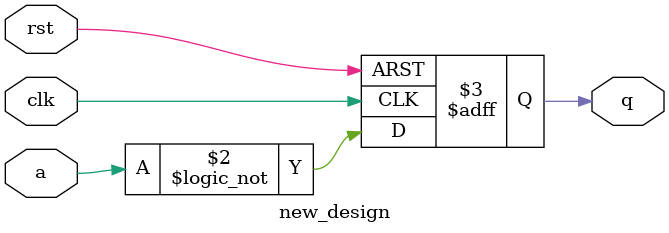
<source format=v>
module new_design (clk, rst, a, q);
    input clk, rst;
    input a;
    output reg q;

    always @(posedge clk or posedge rst) begin
        if (rst) begin
            //Reset logic goes here.
            q <= 1'b0;
        end
        else begin
            //Sequential logic goes here.
            q <= !a;
        end
    end
endmodule

</source>
